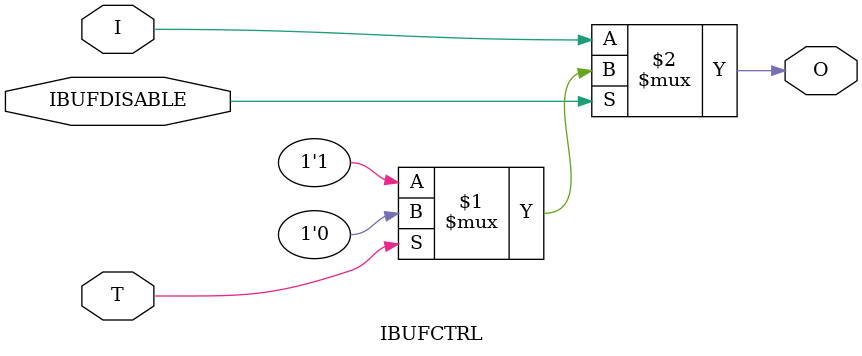
<source format=v>

module IBUFCTRL (
  input I,
  input IBUFDISABLE,
  input T,
  output O
);

  assign O = IBUFDISABLE ? (T ? 1'b0 : 1'b1) : I;

endmodule
</source>
